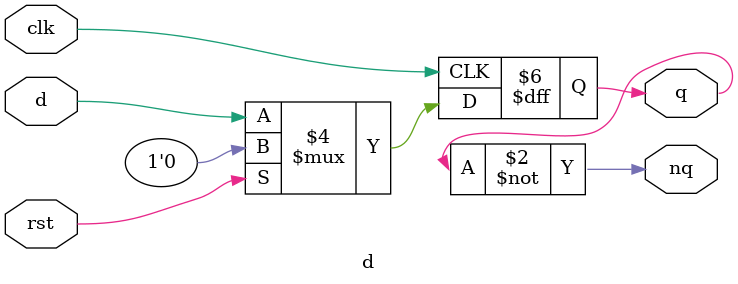
<source format=sv>
module d(input clk, input rst, input d, output logic q, output nq);

always_ff @(posedge clk) begin
  if (rst) begin
    q <= 1'b0;
  end  
  else begin
    q <= d;
  end
end

assign nq = ~q;

endmodule
</source>
